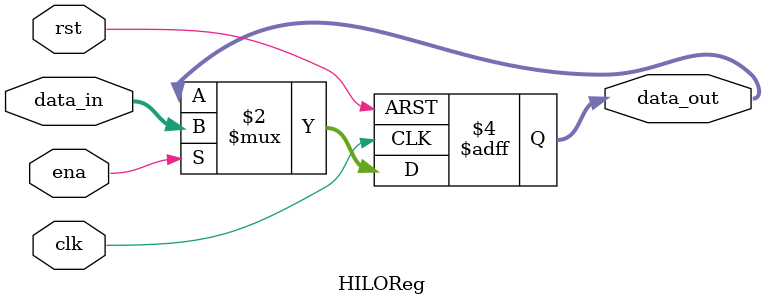
<source format=v>
`timescale 1ns / 1ps

module PCReg(
    input clk,
	input rst,
	input ena,
	input [31 : 0] data_in,
	output reg [31 : 0] data_out
    );
	
	always @ (negedge clk or posedge rst) begin
	    if (rst) 
		    data_out <= 32'h00400000;//指令存储起始地址
		else begin 
		    if (ena)
                data_out <= data_in;
        end
	end
endmodule

//HI LO寄存器
module HILOReg(
    input clk,
    input rst,
    input ena,
    input [31 : 0] data_in,
    output reg [31 : 0] data_out
);

    always @ (negedge clk or posedge rst) begin
        if (rst)
            data_out <= 32'b0;
        else begin
            if (ena)
                data_out <= data_in;
        end
    end
endmodule

</source>
